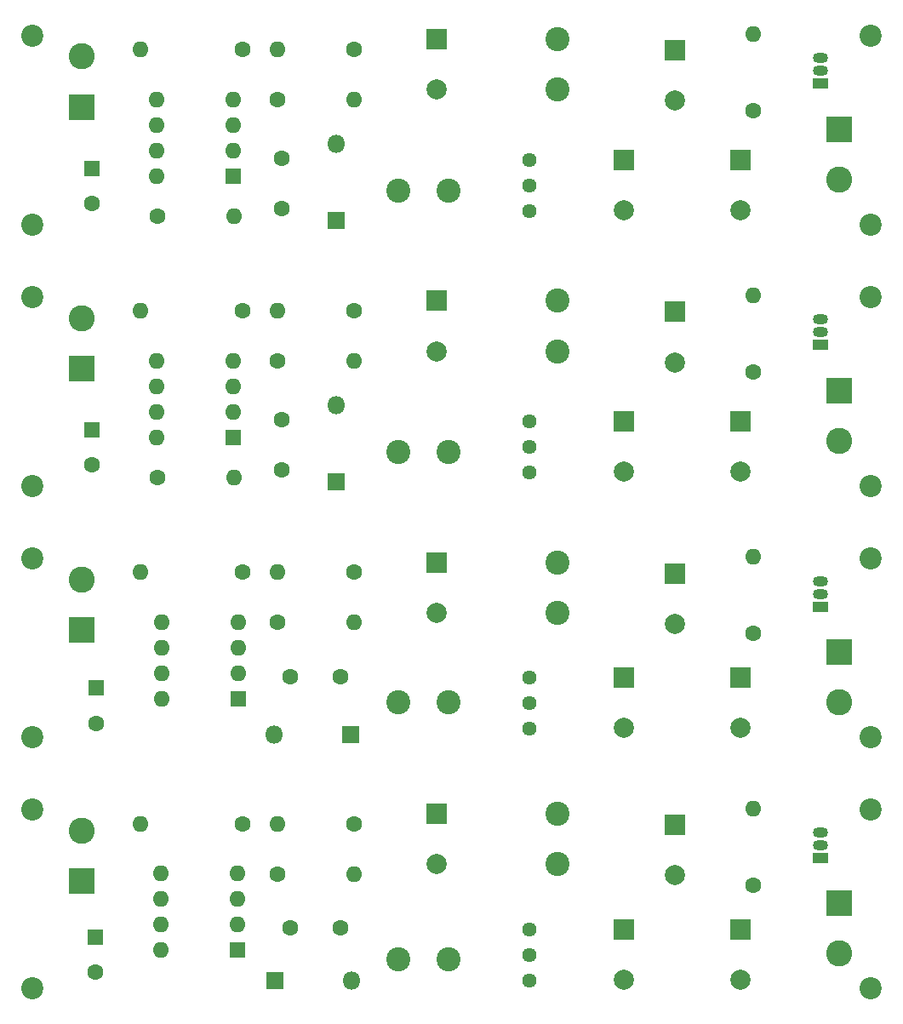
<source format=gbs>
%TF.GenerationSoftware,KiCad,Pcbnew,(5.1.12)-1*%
%TF.CreationDate,2022-12-13T04:58:51+01:00*%
%TF.ProjectId,MC34063_panel,4d433334-3036-4335-9f70-616e656c2e6b,rev?*%
%TF.SameCoordinates,Original*%
%TF.FileFunction,Soldermask,Bot*%
%TF.FilePolarity,Negative*%
%FSLAX46Y46*%
G04 Gerber Fmt 4.6, Leading zero omitted, Abs format (unit mm)*
G04 Created by KiCad (PCBNEW (5.1.12)-1) date 2022-12-13 04:58:51*
%MOMM*%
%LPD*%
G01*
G04 APERTURE LIST*
%ADD10C,1.600000*%
%ADD11R,2.600000X2.600000*%
%ADD12C,2.600000*%
%ADD13O,1.800000X1.800000*%
%ADD14R,1.800000X1.800000*%
%ADD15C,2.400000*%
%ADD16R,1.600000X1.600000*%
%ADD17C,2.200000*%
%ADD18C,2.000000*%
%ADD19R,2.000000X2.000000*%
%ADD20O,1.600000X1.600000*%
%ADD21C,1.440000*%
%ADD22R,1.500000X1.050000*%
%ADD23O,1.500000X1.050000*%
G04 APERTURE END LIST*
D10*
%TO.C,C2*%
X72400000Y-99800000D03*
X72400000Y-104800000D03*
%TD*%
D11*
%TO.C,J1*%
X52500000Y-94700000D03*
D12*
X52500000Y-89700000D03*
%TD*%
D13*
%TO.C,D1*%
X77800000Y-98380000D03*
D14*
X77800000Y-106000000D03*
%TD*%
D12*
%TO.C,J2*%
X127800000Y-101900000D03*
D11*
X127800000Y-96900000D03*
%TD*%
D15*
%TO.C,L2*%
X99800000Y-88000000D03*
X99800000Y-93000000D03*
%TD*%
%TO.C,L1*%
X89000000Y-103000000D03*
X84000000Y-103000000D03*
%TD*%
D10*
%TO.C,C1*%
X53500000Y-104300000D03*
D16*
X53500000Y-100800000D03*
%TD*%
D17*
%TO.C,H4*%
X131000000Y-106400000D03*
%TD*%
%TO.C,H3*%
X131000000Y-87600000D03*
%TD*%
%TO.C,H2*%
X47600000Y-87600000D03*
%TD*%
%TO.C,H1*%
X47600000Y-106400000D03*
%TD*%
D18*
%TO.C,C6*%
X118000000Y-105000000D03*
D19*
X118000000Y-100000000D03*
%TD*%
%TO.C,C5*%
X111500000Y-89100000D03*
D18*
X111500000Y-94100000D03*
%TD*%
D19*
%TO.C,C4*%
X106400000Y-100000000D03*
D18*
X106400000Y-105000000D03*
%TD*%
%TO.C,C3*%
X87800000Y-93000000D03*
D19*
X87800000Y-88000000D03*
%TD*%
D20*
%TO.C,U1*%
X59980000Y-101600000D03*
X67600000Y-93980000D03*
X59980000Y-99060000D03*
X67600000Y-96520000D03*
X59980000Y-96520000D03*
X67600000Y-99060000D03*
X59980000Y-93980000D03*
D16*
X67600000Y-101600000D03*
%TD*%
D21*
%TO.C,RV1*%
X97000000Y-105080000D03*
X97000000Y-102540000D03*
X97000000Y-100000000D03*
%TD*%
D10*
%TO.C,R5*%
X119300000Y-95100000D03*
D20*
X119300000Y-87480000D03*
%TD*%
%TO.C,R4*%
X79620000Y-94000000D03*
D10*
X72000000Y-94000000D03*
%TD*%
%TO.C,R3*%
X60000000Y-105600000D03*
D20*
X67620000Y-105600000D03*
%TD*%
%TO.C,R2*%
X71980000Y-89000000D03*
D10*
X79600000Y-89000000D03*
%TD*%
D20*
%TO.C,R1*%
X58340000Y-89000000D03*
D10*
X68500000Y-89000000D03*
%TD*%
D22*
%TO.C,Q1*%
X126000000Y-92400000D03*
D23*
X126000000Y-89860000D03*
X126000000Y-91130000D03*
%TD*%
D10*
%TO.C,C2*%
X72400000Y-78800000D03*
X72400000Y-73800000D03*
%TD*%
D14*
%TO.C,D1*%
X77800000Y-80000000D03*
D13*
X77800000Y-72380000D03*
%TD*%
D12*
%TO.C,J1*%
X52500000Y-63700000D03*
D11*
X52500000Y-68700000D03*
%TD*%
%TO.C,J2*%
X127800000Y-70900000D03*
D12*
X127800000Y-75900000D03*
%TD*%
D15*
%TO.C,L1*%
X84000000Y-77000000D03*
X89000000Y-77000000D03*
%TD*%
%TO.C,L2*%
X99800000Y-67000000D03*
X99800000Y-62000000D03*
%TD*%
D23*
%TO.C,Q1*%
X126000000Y-65130000D03*
X126000000Y-63860000D03*
D22*
X126000000Y-66400000D03*
%TD*%
D10*
%TO.C,R1*%
X68500000Y-63000000D03*
D20*
X58340000Y-63000000D03*
%TD*%
D10*
%TO.C,R2*%
X79600000Y-63000000D03*
D20*
X71980000Y-63000000D03*
%TD*%
%TO.C,R3*%
X67620000Y-79600000D03*
D10*
X60000000Y-79600000D03*
%TD*%
%TO.C,R4*%
X72000000Y-68000000D03*
D20*
X79620000Y-68000000D03*
%TD*%
%TO.C,R5*%
X119300000Y-61480000D03*
D10*
X119300000Y-69100000D03*
%TD*%
D21*
%TO.C,RV1*%
X97000000Y-74000000D03*
X97000000Y-76540000D03*
X97000000Y-79080000D03*
%TD*%
D16*
%TO.C,U1*%
X67600000Y-75600000D03*
D20*
X59980000Y-67980000D03*
X67600000Y-73060000D03*
X59980000Y-70520000D03*
X67600000Y-70520000D03*
X59980000Y-73060000D03*
X67600000Y-67980000D03*
X59980000Y-75600000D03*
%TD*%
D19*
%TO.C,C3*%
X87800000Y-62000000D03*
D18*
X87800000Y-67000000D03*
%TD*%
%TO.C,C4*%
X106400000Y-79000000D03*
D19*
X106400000Y-74000000D03*
%TD*%
D18*
%TO.C,C5*%
X111500000Y-68100000D03*
D19*
X111500000Y-63100000D03*
%TD*%
%TO.C,C6*%
X118000000Y-74000000D03*
D18*
X118000000Y-79000000D03*
%TD*%
D17*
%TO.C,H1*%
X47600000Y-80400000D03*
%TD*%
%TO.C,H2*%
X47600000Y-61600000D03*
%TD*%
%TO.C,H3*%
X131000000Y-61600000D03*
%TD*%
%TO.C,H4*%
X131000000Y-80400000D03*
%TD*%
D16*
%TO.C,C1*%
X53500000Y-74800000D03*
D10*
X53500000Y-78300000D03*
%TD*%
%TO.C,C2*%
X73200000Y-125400000D03*
X78200000Y-125400000D03*
%TD*%
D14*
%TO.C,D1*%
X79200000Y-131100000D03*
D13*
X71580000Y-131100000D03*
%TD*%
D12*
%TO.C,J1*%
X52500000Y-115700000D03*
D11*
X52500000Y-120700000D03*
%TD*%
%TO.C,J2*%
X127800000Y-122900000D03*
D12*
X127800000Y-127900000D03*
%TD*%
D15*
%TO.C,L1*%
X84000000Y-127900000D03*
X89000000Y-127900000D03*
%TD*%
%TO.C,L2*%
X99800000Y-119000000D03*
X99800000Y-114000000D03*
%TD*%
D23*
%TO.C,Q1*%
X126000000Y-117130000D03*
X126000000Y-115860000D03*
D22*
X126000000Y-118400000D03*
%TD*%
D10*
%TO.C,R1*%
X68500000Y-115000000D03*
D20*
X58340000Y-115000000D03*
%TD*%
D10*
%TO.C,R2*%
X79600000Y-115000000D03*
D20*
X71980000Y-115000000D03*
%TD*%
D10*
%TO.C,R4*%
X72000000Y-120000000D03*
D20*
X79620000Y-120000000D03*
%TD*%
%TO.C,R5*%
X119300000Y-113480000D03*
D10*
X119300000Y-121100000D03*
%TD*%
D21*
%TO.C,RV1*%
X97000000Y-125500000D03*
X97000000Y-128040000D03*
X97000000Y-130580000D03*
%TD*%
D16*
%TO.C,U1*%
X68100000Y-127600000D03*
D20*
X60480000Y-119980000D03*
X68100000Y-125060000D03*
X60480000Y-122520000D03*
X68100000Y-122520000D03*
X60480000Y-125060000D03*
X68100000Y-119980000D03*
X60480000Y-127600000D03*
%TD*%
D19*
%TO.C,C3*%
X87800000Y-114000000D03*
D18*
X87800000Y-119000000D03*
%TD*%
%TO.C,C4*%
X106400000Y-130500000D03*
D19*
X106400000Y-125500000D03*
%TD*%
D18*
%TO.C,C5*%
X111500000Y-120100000D03*
D19*
X111500000Y-115100000D03*
%TD*%
%TO.C,C6*%
X118000000Y-125500000D03*
D18*
X118000000Y-130500000D03*
%TD*%
D17*
%TO.C,H1*%
X47600000Y-131400000D03*
%TD*%
%TO.C,H2*%
X47600000Y-113600000D03*
%TD*%
%TO.C,H3*%
X131000000Y-113600000D03*
%TD*%
%TO.C,H4*%
X131000000Y-131400000D03*
%TD*%
D16*
%TO.C,C1*%
X53900000Y-126500000D03*
D10*
X53900000Y-130000000D03*
%TD*%
%TO.C,C2*%
X73200000Y-150400000D03*
X78200000Y-150400000D03*
%TD*%
D13*
%TO.C,D1*%
X79320000Y-155600000D03*
D14*
X71700000Y-155600000D03*
%TD*%
D12*
%TO.C,J1*%
X52500000Y-140700000D03*
D11*
X52500000Y-145700000D03*
%TD*%
%TO.C,J2*%
X127800000Y-147900000D03*
D12*
X127800000Y-152900000D03*
%TD*%
D15*
%TO.C,L1*%
X89000000Y-153500000D03*
X84000000Y-153500000D03*
%TD*%
%TO.C,L2*%
X99800000Y-144000000D03*
X99800000Y-139000000D03*
%TD*%
D10*
%TO.C,R1*%
X68500000Y-140000000D03*
D20*
X58340000Y-140000000D03*
%TD*%
D10*
%TO.C,R2*%
X79600000Y-140000000D03*
D20*
X71980000Y-140000000D03*
%TD*%
D10*
%TO.C,R4*%
X72000000Y-145000000D03*
D20*
X79620000Y-145000000D03*
%TD*%
%TO.C,R5*%
X119300000Y-138480000D03*
D10*
X119300000Y-146100000D03*
%TD*%
D21*
%TO.C,RV1*%
X97000000Y-155580000D03*
X97000000Y-153040000D03*
X97000000Y-150500000D03*
%TD*%
D16*
%TO.C,U1*%
X68000000Y-152600000D03*
D20*
X60380000Y-144980000D03*
X68000000Y-150060000D03*
X60380000Y-147520000D03*
X68000000Y-147520000D03*
X60380000Y-150060000D03*
X68000000Y-144980000D03*
X60380000Y-152600000D03*
%TD*%
D19*
%TO.C,C3*%
X87800000Y-139000000D03*
D18*
X87800000Y-144000000D03*
%TD*%
D19*
%TO.C,C4*%
X106400000Y-150500000D03*
D18*
X106400000Y-155500000D03*
%TD*%
%TO.C,C5*%
X111500000Y-145100000D03*
D19*
X111500000Y-140100000D03*
%TD*%
D18*
%TO.C,C6*%
X118000000Y-155500000D03*
D19*
X118000000Y-150500000D03*
%TD*%
D17*
%TO.C,H1*%
X47600000Y-156400000D03*
%TD*%
%TO.C,H2*%
X47600000Y-138600000D03*
%TD*%
%TO.C,H3*%
X131000000Y-138600000D03*
%TD*%
%TO.C,H4*%
X131000000Y-156400000D03*
%TD*%
D16*
%TO.C,C1*%
X53800000Y-151300000D03*
D10*
X53800000Y-154800000D03*
%TD*%
D22*
%TO.C,Q1*%
X126000000Y-143400000D03*
D23*
X126000000Y-140860000D03*
X126000000Y-142130000D03*
%TD*%
M02*

</source>
